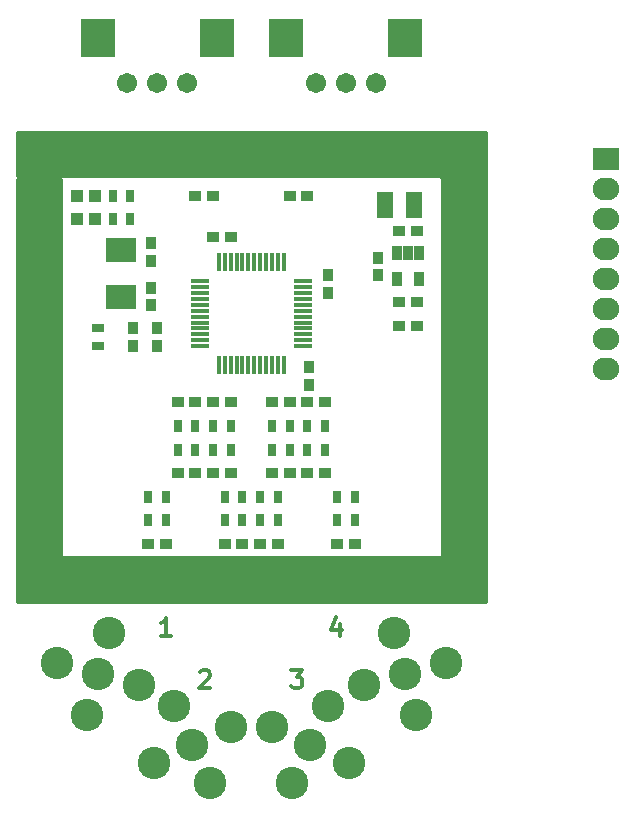
<source format=gts>
G04 #@! TF.FileFunction,Soldermask,Top*
%FSLAX46Y46*%
G04 Gerber Fmt 4.6, Leading zero omitted, Abs format (unit mm)*
G04 Created by KiCad (PCBNEW (2016-04-26 BZR 6712)-product) date Friday, 13 May 2016 'amt' 09:44:12*
%MOMM*%
%LPD*%
G01*
G04 APERTURE LIST*
%ADD10C,0.100000*%
%ADD11C,0.300000*%
%ADD12R,2.235200X1.930400*%
%ADD13O,2.235200X1.930400*%
%ADD14C,3.403200*%
%ADD15R,1.003200X0.953200*%
%ADD16R,0.953200X1.003200*%
%ADD17R,1.000760X1.000760*%
%ADD18R,1.103200X0.703200*%
%ADD19R,0.703200X1.103200*%
%ADD20R,0.853200X1.263200*%
%ADD21R,1.503200X0.453200*%
%ADD22R,0.453200X1.503200*%
%ADD23C,2.743200*%
%ADD24R,2.603200X2.103200*%
%ADD25C,1.703200*%
%ADD26R,3.003200X3.203200*%
%ADD27R,1.343660X2.232660*%
%ADD28C,0.254000*%
G04 APERTURE END LIST*
D10*
D11*
X163400000Y-139678571D02*
X164328571Y-139678571D01*
X163828571Y-140250000D01*
X164042857Y-140250000D01*
X164185714Y-140321428D01*
X164257142Y-140392857D01*
X164328571Y-140535714D01*
X164328571Y-140892857D01*
X164257142Y-141035714D01*
X164185714Y-141107142D01*
X164042857Y-141178571D01*
X163614285Y-141178571D01*
X163471428Y-141107142D01*
X163400000Y-141035714D01*
X155671428Y-139821428D02*
X155742857Y-139750000D01*
X155885714Y-139678571D01*
X156242857Y-139678571D01*
X156385714Y-139750000D01*
X156457142Y-139821428D01*
X156528571Y-139964285D01*
X156528571Y-140107142D01*
X156457142Y-140321428D01*
X155600000Y-141178571D01*
X156528571Y-141178571D01*
X167485714Y-135778571D02*
X167485714Y-136778571D01*
X167128571Y-135207142D02*
X166771428Y-136278571D01*
X167700000Y-136278571D01*
X153228571Y-136778571D02*
X152371428Y-136778571D01*
X152800000Y-136778571D02*
X152800000Y-135278571D01*
X152657142Y-135492857D01*
X152514285Y-135635714D01*
X152371428Y-135707142D01*
D12*
X190000000Y-96380000D03*
D13*
X190000000Y-98920000D03*
X190000000Y-101460000D03*
X190000000Y-104000000D03*
X190000000Y-106540000D03*
X190000000Y-109080000D03*
X190000000Y-111620000D03*
X190000000Y-114160000D03*
D14*
X178000000Y-96000000D03*
X178000000Y-132000000D03*
X142000000Y-132000000D03*
X142000000Y-96000000D03*
D15*
X174000000Y-102500000D03*
X172500000Y-102500000D03*
D16*
X170750000Y-106250000D03*
X170750000Y-104750000D03*
D15*
X172500000Y-108500000D03*
X174000000Y-108500000D03*
X172500000Y-110500000D03*
X174000000Y-110500000D03*
D16*
X166500000Y-106250000D03*
X166500000Y-107750000D03*
D15*
X156750000Y-103000000D03*
X158250000Y-103000000D03*
D16*
X152000000Y-112250000D03*
X152000000Y-110750000D03*
X151500000Y-107300000D03*
X151500000Y-108800000D03*
X151500000Y-105050000D03*
X151500000Y-103550000D03*
D17*
X146776239Y-99500000D03*
X145277639Y-99500000D03*
X146749300Y-101500000D03*
X145250700Y-101500000D03*
D18*
X147000000Y-110750000D03*
X147000000Y-112250000D03*
D19*
X148250000Y-99500000D03*
X149750000Y-99500000D03*
X148250000Y-101500000D03*
X149750000Y-101500000D03*
D20*
X174200000Y-104400000D03*
X173250000Y-104400000D03*
X172300000Y-104400000D03*
X172300000Y-106600000D03*
X174200000Y-106600000D03*
D21*
X155650000Y-106750000D03*
X155650000Y-107250000D03*
X155650000Y-107750000D03*
X155650000Y-108250000D03*
X155650000Y-108750000D03*
X155650000Y-109250000D03*
X155650000Y-109750000D03*
X155650000Y-110250000D03*
X155650000Y-110750000D03*
X155650000Y-111250000D03*
X155650000Y-111750000D03*
X155650000Y-112250000D03*
D22*
X157250000Y-113850000D03*
X157750000Y-113850000D03*
X158250000Y-113850000D03*
X158750000Y-113850000D03*
X159250000Y-113850000D03*
X159750000Y-113850000D03*
X160250000Y-113850000D03*
X160750000Y-113850000D03*
X161250000Y-113850000D03*
X161750000Y-113850000D03*
X162250000Y-113850000D03*
X162750000Y-113850000D03*
D21*
X164350000Y-112250000D03*
X164350000Y-111750000D03*
X164350000Y-111250000D03*
X164350000Y-110750000D03*
X164350000Y-110250000D03*
X164350000Y-109750000D03*
X164350000Y-109250000D03*
X164350000Y-108750000D03*
X164350000Y-108250000D03*
X164350000Y-107750000D03*
X164350000Y-107250000D03*
X164350000Y-106750000D03*
D22*
X162750000Y-105150000D03*
X162250000Y-105150000D03*
X161750000Y-105150000D03*
X161250000Y-105150000D03*
X160750000Y-105150000D03*
X160250000Y-105150000D03*
X159750000Y-105150000D03*
X159250000Y-105150000D03*
X158750000Y-105150000D03*
X158250000Y-105150000D03*
X157750000Y-105150000D03*
X157250000Y-105150000D03*
D23*
X147000000Y-140000000D03*
X150469705Y-140929705D03*
X146070295Y-143469705D03*
X143530295Y-139070295D03*
X147929705Y-136530295D03*
X155000000Y-146000000D03*
X158255550Y-144481912D03*
X156518088Y-149255550D03*
X151744450Y-147518088D03*
X153481912Y-142744450D03*
X165000000Y-146000000D03*
X166518088Y-142744450D03*
X168255550Y-147518088D03*
X163481912Y-149255550D03*
X161744450Y-144481912D03*
X173000000Y-140000000D03*
X172070295Y-136530295D03*
X176469705Y-139070295D03*
X173929705Y-143469705D03*
X169530295Y-140929705D03*
D15*
X151250000Y-129000000D03*
X152750000Y-129000000D03*
X153750000Y-117000000D03*
X155250000Y-117000000D03*
X153750000Y-123000000D03*
X155250000Y-123000000D03*
X159250000Y-129000000D03*
X157750000Y-129000000D03*
X158250000Y-117000000D03*
X156750000Y-117000000D03*
X158250000Y-123000000D03*
X156750000Y-123000000D03*
X160750000Y-129000000D03*
X162250000Y-129000000D03*
X161750000Y-117000000D03*
X163250000Y-117000000D03*
X161750000Y-123000000D03*
X163250000Y-123000000D03*
X168750000Y-129000000D03*
X167250000Y-129000000D03*
X166250000Y-117000000D03*
X164750000Y-117000000D03*
X166250000Y-123000000D03*
X164750000Y-123000000D03*
D19*
X152750000Y-127000000D03*
X151250000Y-127000000D03*
X151250000Y-125000000D03*
X152750000Y-125000000D03*
X155250000Y-119000000D03*
X153750000Y-119000000D03*
X155250000Y-121000000D03*
X153750000Y-121000000D03*
X157750000Y-127000000D03*
X159250000Y-127000000D03*
X159250000Y-125000000D03*
X157750000Y-125000000D03*
X158250000Y-119000000D03*
X156750000Y-119000000D03*
X156750000Y-121000000D03*
X158250000Y-121000000D03*
X162250000Y-127000000D03*
X160750000Y-127000000D03*
X160750000Y-125000000D03*
X162250000Y-125000000D03*
X161750000Y-119000000D03*
X163250000Y-119000000D03*
X163250000Y-121000000D03*
X161750000Y-121000000D03*
X167250000Y-127000000D03*
X168750000Y-127000000D03*
X168750000Y-125000000D03*
X167250000Y-125000000D03*
X166250000Y-119000000D03*
X164750000Y-119000000D03*
X164750000Y-121000000D03*
X166250000Y-121000000D03*
D15*
X164750000Y-99500000D03*
X163250000Y-99500000D03*
X156750000Y-99500000D03*
X155250000Y-99500000D03*
D24*
X148930000Y-108075000D03*
X148930000Y-104075000D03*
D25*
X152040000Y-90000000D03*
X149500000Y-90000000D03*
X154580000Y-90000000D03*
D26*
X157090000Y-86170000D03*
X146990000Y-86170000D03*
D25*
X168000000Y-90000000D03*
X165460000Y-90000000D03*
X170540000Y-90000000D03*
D26*
X173050000Y-86170000D03*
X162950000Y-86170000D03*
D16*
X150000000Y-112250000D03*
X150000000Y-110750000D03*
X164900000Y-114000000D03*
X164900000Y-115500000D03*
D27*
X171346040Y-100300000D03*
X173753960Y-100300000D03*
D28*
G36*
X179873000Y-133873000D02*
X140127000Y-133873000D01*
X140127000Y-98127000D01*
X143873000Y-98127000D01*
X143873000Y-130000000D01*
X143882667Y-130048601D01*
X143910197Y-130089803D01*
X143951399Y-130117333D01*
X144000000Y-130127000D01*
X176000000Y-130127000D01*
X176048601Y-130117333D01*
X176089803Y-130089803D01*
X176117333Y-130048601D01*
X176127000Y-130000000D01*
X176127000Y-98000000D01*
X176117333Y-97951399D01*
X176089803Y-97910197D01*
X176048601Y-97882667D01*
X176000000Y-97873000D01*
X140127000Y-97873000D01*
X140127000Y-94127000D01*
X179873000Y-94127000D01*
X179873000Y-133873000D01*
X179873000Y-133873000D01*
G37*
X179873000Y-133873000D02*
X140127000Y-133873000D01*
X140127000Y-98127000D01*
X143873000Y-98127000D01*
X143873000Y-130000000D01*
X143882667Y-130048601D01*
X143910197Y-130089803D01*
X143951399Y-130117333D01*
X144000000Y-130127000D01*
X176000000Y-130127000D01*
X176048601Y-130117333D01*
X176089803Y-130089803D01*
X176117333Y-130048601D01*
X176127000Y-130000000D01*
X176127000Y-98000000D01*
X176117333Y-97951399D01*
X176089803Y-97910197D01*
X176048601Y-97882667D01*
X176000000Y-97873000D01*
X140127000Y-97873000D01*
X140127000Y-94127000D01*
X179873000Y-94127000D01*
X179873000Y-133873000D01*
M02*

</source>
